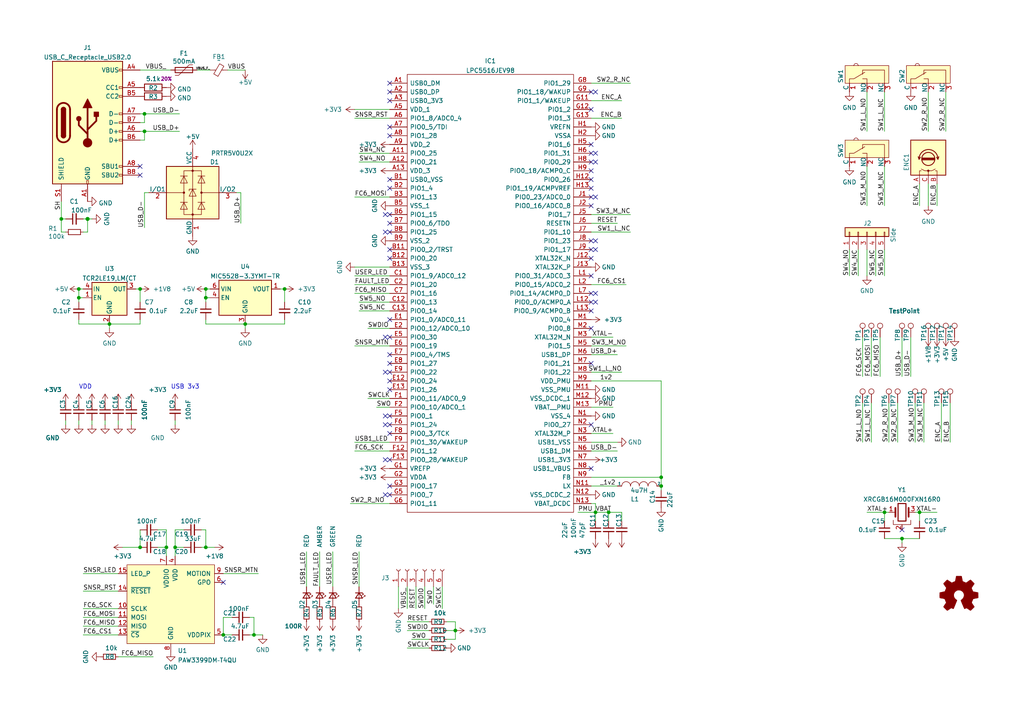
<source format=kicad_sch>
(kicad_sch (version 20211123) (generator eeschema)
  (paper "A4")
  (title_block (title "Redshift") (date "2021-12-22") (rev "0.1") (company "Dekanova LLC                                       https://github.com/Dekanova/redshift") (comment 3 "This source describes Open Hardware and is licensed under the CERN-OHL-Rv2") (comment 4 "Copyright (c) Dekanova LLC <dekanova_co@gmail.com>"))
  (junction (at 31.75 93.98))
  (junction (at 17.78 63.5))
  (junction (at 48.26 158.75))
  (junction (at 172.72 148.59))
  (junction (at 40.64 158.75))
  (junction (at 71.12 93.98))
  (junction (at 40.64 83.82))
  (junction (at 82.55 83.82))
  (junction (at 41.91 38.1))
  (junction (at 59.69 158.75))
  (junction (at 59.69 86.36))
  (junction (at 22.86 83.82))
  (junction (at 256.54 148.59))
  (junction (at 25.4 63.5) (diameter 1.016))
  (junction (at 41.91 33.02))
  (junction (at 64.77 184.15))
  (junction (at 191.77 140.97))
  (junction (at 59.69 83.82))
  (junction (at 73.66 184.15))
  (junction (at 132.08 182.88))
  (junction (at 50.8 158.75))
  (junction (at 266.7 148.59))
  (junction (at 261.62 156.21))
  (junction (at 22.86 86.36))
  (junction (at 176.53 148.59))
  (junction (at 191.77 138.43))
  (no_connect (at 113.03 102.87))
  (no_connect (at 113.03 125.73))
  (no_connect (at 113.03 36.83))
  (no_connect (at 113.03 120.65))
  (no_connect (at 171.45 26.67))
  (no_connect (at 171.45 52.07))
  (no_connect (at 171.45 87.63))
  (no_connect (at 171.45 95.25))
  (no_connect (at 113.03 97.79))
  (no_connect (at 171.45 31.75))
  (no_connect (at 64.77 168.91))
  (no_connect (at 171.45 135.89))
  (no_connect (at 111.76 62.23))
  (no_connect (at 111.76 67.31))
  (no_connect (at 111.76 107.95))
  (no_connect (at 111.76 120.65))
  (no_connect (at 111.76 123.19))
  (no_connect (at 111.76 133.35))
  (no_connect (at 111.76 97.79))
  (no_connect (at 172.72 72.39))
  (no_connect (at 172.72 69.85))
  (no_connect (at 171.45 57.15))
  (no_connect (at 172.72 57.15))
  (no_connect (at 172.72 44.45))
  (no_connect (at 172.72 26.67))
  (no_connect (at 172.72 46.99))
  (no_connect (at 172.72 85.09))
  (no_connect (at 172.72 87.63))
  (no_connect (at 171.45 85.09))
  (no_connect (at 171.45 80.01))
  (no_connect (at 171.45 90.17))
  (no_connect (at 171.45 72.39))
  (no_connect (at 171.45 69.85))
  (no_connect (at 171.45 105.41))
  (no_connect (at 171.45 59.69))
  (no_connect (at 171.45 44.45))
  (no_connect (at 171.45 54.61))
  (no_connect (at 171.45 49.53))
  (no_connect (at 171.45 46.99))
  (no_connect (at 171.45 41.91))
  (no_connect (at 40.64 48.26))
  (no_connect (at 40.64 50.8))
  (no_connect (at 113.03 24.13))
  (no_connect (at 113.03 26.67))
  (no_connect (at 113.03 29.21))
  (no_connect (at 113.03 52.07))
  (no_connect (at 113.03 72.39))
  (no_connect (at 113.03 64.77))
  (no_connect (at 111.76 143.51))
  (no_connect (at 113.03 113.03))
  (no_connect (at 113.03 110.49))
  (no_connect (at 261.62 153.67))
  (no_connect (at 171.45 74.93))
  (no_connect (at 113.03 143.51))
  (no_connect (at 113.03 140.97))
  (no_connect (at 113.03 62.23))
  (no_connect (at 113.03 67.31))
  (no_connect (at 113.03 54.61))
  (no_connect (at 113.03 74.93))
  (no_connect (at 113.03 39.37))
  (no_connect (at 113.03 92.71))
  (no_connect (at 113.03 105.41))
  (no_connect (at 113.03 107.95))
  (no_connect (at 113.03 123.19))
  (no_connect (at 113.03 133.35))
  (no_connect (at 171.45 123.19))
  (wire (pts (xy 265.43 148.59) (xy 266.7 148.59)))
  (wire (pts (xy 64.77 166.37) (xy 74.93 166.37)))
  (wire (pts (xy 180.34 148.59) (xy 180.34 151.13)))
  (wire (pts (xy 50.8 158.75) (xy 53.34 158.75)))
  (wire (pts (xy 59.69 153.67) (xy 59.69 158.75)))
  (wire (pts (xy 251.46 72.39) (xy 251.46 80.01)))
  (wire (pts (xy 102.87 130.81) (xy 113.03 130.81)))
  (wire (pts (xy 128.27 170.18) (xy 128.27 176.53)))
  (wire (pts (xy 113.03 44.45) (xy 104.14 44.45)))
  (wire (pts (xy 260.35 116.84) (xy 260.35 128.27)))
  (wire (pts (xy 48.26 153.67) (xy 48.26 158.75)))
  (wire (pts (xy 40.64 83.82) (xy 40.64 87.63)))
  (wire (pts (xy 171.45 62.23) (xy 182.88 62.23)))
  (wire (pts (xy 50.8 121.92) (xy 50.8 123.19)))
  (wire (pts (xy 40.64 35.56) (xy 41.91 35.56)))
  (wire (pts (xy 252.73 97.79) (xy 252.73 109.22)))
  (wire (pts (xy 251.46 48.26) (xy 251.46 59.69)))
  (wire (pts (xy 102.87 85.09) (xy 113.03 85.09)))
  (wire (pts (xy 106.68 115.57) (xy 113.03 115.57)))
  (wire (pts (xy 269.24 53.34) (xy 269.24 59.69)))
  (wire (pts (xy 250.19 116.84) (xy 250.19 128.27)))
  (wire (pts (xy 271.78 53.34) (xy 271.78 59.69)))
  (wire (pts (xy 34.29 184.15) (xy 24.13 184.15)))
  (wire (pts (xy 180.34 107.95) (xy 171.45 107.95)))
  (wire (pts (xy 124.46 180.34) (xy 118.11 180.34)))
  (wire (pts (xy 132.08 185.42) (xy 132.08 182.88)))
  (wire (pts (xy 22.86 92.71) (xy 22.86 93.98)))
  (wire (pts (xy 82.55 92.71) (xy 82.55 93.98)))
  (wire (pts (xy 66.04 20.32) (xy 71.12 20.32)))
  (wire (pts (xy 41.91 38.1) (xy 52.07 38.1)))
  (wire (pts (xy 123.19 170.18) (xy 123.19 176.53)))
  (wire (pts (xy 22.86 86.36) (xy 24.13 86.36)))
  (wire (pts (xy 120.65 170.18) (xy 120.65 176.53)))
  (wire (pts (xy 191.77 138.43) (xy 191.77 140.97)))
  (wire (pts (xy 82.55 83.82) (xy 82.55 87.63)))
  (wire (pts (xy 176.53 148.59) (xy 176.53 151.13)))
  (wire (pts (xy 261.62 156.21) (xy 261.62 157.48)))
  (wire (pts (xy 40.64 20.32) (xy 49.53 20.32)))
  (wire (pts (xy 172.72 148.59) (xy 172.72 151.13)))
  (wire (pts (xy 41.91 33.02) (xy 52.07 33.02)))
  (wire (pts (xy 40.64 93.98) (xy 31.75 93.98)))
  (wire (pts (xy 31.75 93.98) (xy 31.75 95.25)))
  (wire (pts (xy 171.45 110.49) (xy 191.77 110.49)))
  (wire (pts (xy 129.54 182.88) (xy 132.08 182.88)))
  (wire (pts (xy 171.45 125.73) (xy 177.8 125.73)))
  (wire (pts (xy 124.46 187.96) (xy 118.11 187.96)))
  (wire (pts (xy 256.54 148.59) (xy 256.54 151.13)))
  (wire (pts (xy 59.69 86.36) (xy 59.69 87.63)))
  (wire (pts (xy 17.78 67.31) (xy 19.05 67.31)))
  (wire (pts (xy 102.87 77.47) (xy 113.03 77.47)))
  (wire (pts (xy 40.64 40.64) (xy 41.91 40.64)))
  (wire (pts (xy 73.66 184.15) (xy 76.2 184.15)))
  (wire (pts (xy 176.53 148.59) (xy 180.34 148.59)))
  (wire (pts (xy 106.68 95.25) (xy 113.03 95.25)))
  (wire (pts (xy 24.13 179.07) (xy 34.29 179.07)))
  (wire (pts (xy 22.86 93.98) (xy 31.75 93.98)))
  (wire (pts (xy 24.13 67.31) (xy 25.4 67.31)))
  (wire (pts (xy 252.73 116.84) (xy 252.73 128.27)))
  (wire (pts (xy 261.62 156.21) (xy 266.7 156.21)))
  (wire (pts (xy 255.27 97.79) (xy 255.27 109.22)))
  (wire (pts (xy 71.12 93.98) (xy 71.12 95.25)))
  (wire (pts (xy 113.03 146.05) (xy 101.6 146.05)))
  (wire (pts (xy 96.52 170.18) (xy 96.52 160.02)))
  (wire (pts (xy 250.19 97.79) (xy 250.19 109.22)))
  (wire (pts (xy 171.45 29.21) (xy 180.34 29.21)))
  (wire (pts (xy 68.58 55.88) (xy 69.85 55.88)))
  (wire (pts (xy 171.45 67.31) (xy 182.88 67.31)))
  (wire (pts (xy 172.72 146.05) (xy 172.72 148.59)))
  (wire (pts (xy 40.64 33.02) (xy 41.91 33.02)))
  (wire (pts (xy 171.45 100.33) (xy 181.61 100.33)))
  (wire (pts (xy 125.73 170.18) (xy 125.73 175.26)))
  (wire (pts (xy 118.11 170.18) (xy 118.11 176.53)))
  (wire (pts (xy 45.72 153.67) (xy 48.26 153.67)))
  (wire (pts (xy 171.45 64.77) (xy 179.07 64.77)))
  (wire (pts (xy 256.54 156.21) (xy 261.62 156.21)))
  (wire (pts (xy 261.62 97.79) (xy 261.62 109.22)))
  (wire (pts (xy 266.7 148.59) (xy 271.78 148.59)))
  (wire (pts (xy 24.13 181.61) (xy 34.29 181.61)))
  (wire (pts (xy 25.4 63.5) (xy 24.13 63.5)))
  (wire (pts (xy 88.9 170.18) (xy 88.9 160.02)))
  (wire (pts (xy 40.64 153.67) (xy 40.64 158.75)))
  (wire (pts (xy 191.77 110.49) (xy 191.77 138.43)))
  (wire (pts (xy 251.46 148.59) (xy 256.54 148.59)))
  (wire (pts (xy 269.24 26.67) (xy 269.24 38.1)))
  (wire (pts (xy 274.32 26.67) (xy 274.32 38.1)))
  (wire (pts (xy 109.22 118.11) (xy 113.03 118.11)))
  (wire (pts (xy 264.16 97.79) (xy 264.16 109.22)))
  (wire (pts (xy 22.86 83.82) (xy 22.86 86.36)))
  (wire (pts (xy 113.03 87.63) (xy 104.14 87.63)))
  (wire (pts (xy 171.45 138.43) (xy 191.77 138.43)))
  (wire (pts (xy 24.13 176.53) (xy 34.29 176.53)))
  (wire (pts (xy 30.48 121.92) (xy 30.48 123.19)))
  (wire (pts (xy 246.38 72.39) (xy 246.38 80.01)))
  (wire (pts (xy 256.54 48.26) (xy 256.54 59.69)))
  (wire (pts (xy 58.42 153.67) (xy 59.69 153.67)))
  (wire (pts (xy 50.8 158.75) (xy 50.8 161.29)))
  (wire (pts (xy 81.28 83.82) (xy 82.55 83.82)))
  (wire (pts (xy 171.45 146.05) (xy 172.72 146.05)))
  (wire (pts (xy 41.91 38.1) (xy 41.91 40.64)))
  (wire (pts (xy 248.92 72.39) (xy 248.92 80.01)))
  (wire (pts (xy 34.29 121.92) (xy 34.29 123.19)))
  (wire (pts (xy 82.55 93.98) (xy 71.12 93.98)))
  (wire (pts (xy 43.18 55.88) (xy 41.91 55.88)))
  (wire (pts (xy 26.67 121.92) (xy 26.67 123.19)))
  (wire (pts (xy 22.86 86.36) (xy 22.86 87.63)))
  (wire (pts (xy 129.54 180.34) (xy 132.08 180.34)))
  (wire (pts (xy 102.87 34.29) (xy 113.03 34.29)))
  (wire (pts (xy 265.43 116.84) (xy 265.43 128.27)))
  (wire (pts (xy 104.14 46.99) (xy 113.03 46.99)))
  (wire (pts (xy 64.77 184.15) (xy 67.31 184.15)))
  (wire (pts (xy 67.31 179.07) (xy 64.77 179.07)))
  (wire (pts (xy 275.59 116.84) (xy 275.59 128.27)))
  (wire (pts (xy 59.69 83.82) (xy 60.96 83.82)))
  (wire (pts (xy 102.87 57.15) (xy 113.03 57.15)))
  (wire (pts (xy 22.86 83.82) (xy 24.13 83.82)))
  (wire (pts (xy 102.87 80.01) (xy 113.03 80.01)))
  (wire (pts (xy 102.87 31.75) (xy 113.03 31.75)))
  (wire (pts (xy 104.14 90.17) (xy 113.03 90.17)))
  (wire (pts (xy 172.72 148.59) (xy 176.53 148.59)))
  (wire (pts (xy 171.45 118.11) (xy 177.8 118.11)))
  (wire (pts (xy 59.69 92.71) (xy 59.69 93.98)))
  (wire (pts (xy 102.87 100.33) (xy 113.03 100.33)))
  (wire (pts (xy 191.77 140.97) (xy 191.77 142.24)))
  (wire (pts (xy 115.57 170.18) (xy 115.57 176.53)))
  (wire (pts (xy 50.8 153.67) (xy 53.34 153.67)))
  (wire (pts (xy 257.81 116.84) (xy 257.81 128.27)))
  (wire (pts (xy 92.71 170.18) (xy 92.71 160.02)))
  (wire (pts (xy 171.45 102.87) (xy 179.07 102.87)))
  (wire (pts (xy 73.66 179.07) (xy 73.66 184.15)))
  (wire (pts (xy 40.64 92.71) (xy 40.64 93.98)))
  (wire (pts (xy 256.54 148.59) (xy 257.81 148.59)))
  (wire (pts (xy 48.26 161.29) (xy 48.26 158.75)))
  (wire (pts (xy 171.45 97.79) (xy 177.8 97.79)))
  (wire (pts (xy 25.4 63.5) (xy 26.67 63.5)))
  (wire (pts (xy 19.05 121.92) (xy 19.05 123.19)))
  (wire (pts (xy 167.64 148.59) (xy 172.72 148.59)))
  (wire (pts (xy 180.34 34.29) (xy 171.45 34.29)))
  (wire (pts (xy 24.13 171.45) (xy 34.29 171.45)))
  (wire (pts (xy 17.78 58.42) (xy 17.78 63.5)))
  (wire (pts (xy 34.29 166.37) (xy 24.13 166.37)))
  (wire (pts (xy 256.54 72.39) (xy 256.54 80.01)))
  (wire (pts (xy 124.46 182.88) (xy 118.11 182.88)))
  (wire (pts (xy 267.97 116.84) (xy 267.97 128.27)))
  (wire (pts (xy 72.39 179.07) (xy 73.66 179.07)))
  (wire (pts (xy 254 72.39) (xy 254 80.01)))
  (wire (pts (xy 171.45 140.97) (xy 179.07 140.97)))
  (wire (pts (xy 59.69 93.98) (xy 71.12 93.98)))
  (wire (pts (xy 72.39 184.15) (xy 73.66 184.15)))
  (wire (pts (xy 171.45 24.13) (xy 182.88 24.13)))
  (wire (pts (xy 40.64 38.1) (xy 41.91 38.1)))
  (wire (pts (xy 266.7 148.59) (xy 266.7 151.13)))
  (wire (pts (xy 25.4 67.31) (xy 25.4 63.5)))
  (wire (pts (xy 129.54 185.42) (xy 132.08 185.42)))
  (wire (pts (xy 251.46 26.67) (xy 251.46 38.1)))
  (wire (pts (xy 41.91 33.02) (xy 41.91 35.56)))
  (wire (pts (xy 59.69 158.75) (xy 62.23 158.75)))
  (wire (pts (xy 41.91 55.88) (xy 41.91 66.04)))
  (wire (pts (xy 64.77 179.07) (xy 64.77 184.15)))
  (wire (pts (xy 69.85 55.88) (xy 69.85 64.77)))
  (wire (pts (xy 171.45 128.27) (xy 179.07 128.27)))
  (wire (pts (xy 34.29 190.5) (xy 44.45 190.5)))
  (wire (pts (xy 256.54 26.67) (xy 256.54 38.1)))
  (wire (pts (xy 104.14 170.18) (xy 104.14 160.02)))
  (wire (pts (xy 273.05 116.84) (xy 273.05 128.27)))
  (wire (pts (xy 59.69 83.82) (xy 59.69 86.36)))
  (wire (pts (xy 59.69 86.36) (xy 60.96 86.36)))
  (wire (pts (xy 19.05 63.5) (xy 17.78 63.5)))
  (wire (pts (xy 39.37 83.82) (xy 40.64 83.82)))
  (wire (pts (xy 124.46 185.42) (xy 119.38 185.42)))
  (wire (pts (xy 102.87 82.55) (xy 113.03 82.55)))
  (wire (pts (xy 171.45 82.55) (xy 181.61 82.55)))
  (wire (pts (xy 50.8 153.67) (xy 50.8 158.75)))
  (wire (pts (xy 35.56 158.75) (xy 40.64 158.75)))
  (wire (pts (xy 57.15 20.32) (xy 60.96 20.32)))
  (wire (pts (xy 102.87 128.27) (xy 113.03 128.27)))
  (wire (pts (xy 171.45 130.81) (xy 179.07 130.81)))
  (wire (pts (xy 22.86 121.92) (xy 22.86 123.19)))
  (wire (pts (xy 58.42 158.75) (xy 59.69 158.75)))
  (wire (pts (xy 17.78 67.31) (xy 17.78 63.5)))
  (wire (pts (xy 48.26 158.75) (xy 45.72 158.75)))
  (wire (pts (xy 266.7 53.34) (xy 266.7 59.69)))
  (wire (pts (xy 132.08 180.34) (xy 132.08 182.88)))
  (wire (pts (xy 38.1 121.92) (xy 38.1 123.19)))
  (text "USB 3v3" (at 49.53 113.03 0) (effects (font (size 1.27 1.27)) (justify left bottom)))
  (text "VDD\n" (at 22.86 113.03 0) (effects (font (size 1.27 1.27)) (justify left bottom)))
  (label "SNSR_RST" (at 102.87 34.29 0))
  (label "USB1_LED" (at 102.87 128.27 0))
  (label "SWDIO" (at 123.19 176.53 90))
  (label "ENC_A" (at 180.34 29.21 180))
  (label "ENC_B" (at 275.59 128.27 90))
  (label "SNSR_RST" (at 24.13 171.45 0))
  (label "SW2_R_NO" (at 257.81 128.27 90))
  (label "FC6_SCK" (at 24.13 176.53 0))
  (label "RESET" (at 179.07 64.77 180))
  (label "SW4_NC" (at 248.92 80.01 90))
  (label "ENC_A" (at 273.05 128.27 90))
  (label "SW3_M_NC" (at 256.54 59.69 90))
  (label "SWCLK" (at 106.68 115.57 0))
  (label "SW4_NO" (at 104.14 46.99 0))
  (label "FC6_MOSI" (at 252.73 109.22 90))
  (label "SWO" (at 119.38 185.42 0))
  (label "FC6_MISO" (at 255.27 109.22 90))
  (label "XTAL+" (at 251.46 148.59 0))
  (label "PMU" (at 167.64 148.59 0))
  (label "FC6_MOSI" (at 24.13 179.07 0))
  (label "USB_D+" (at 261.62 109.22 90))
  (label "SWCLK" (at 128.27 176.53 90))
  (label "PMU" (at 177.8 118.11 180))
  (label "FC6_MOSI" (at 102.87 57.15 0))
  (label "USB_D+" (at 179.07 102.87 180))
  (label "SW5_NC" (at 104.14 90.17 0))
  (label "VBUS_F_" (at 60.96 20.32 180) (effects (font (size 0.635 0.635))))
  (label "FC6_CS1" (at 24.13 184.15 0))
  (label "SW1_L_NO" (at 251.46 38.1 90))
  (label "XTAL-" (at 177.8 97.79 180))
  (label "USB1_LED" (at 88.9 160.02 270))
  (label "ENC_A" (at 266.7 59.69 90))
  (label "FAULT_LED" (at 92.71 160.02 270))
  (label "USB_D-" (at 52.07 33.02 180))
  (label "USB_D-" (at 264.16 109.22 90))
  (label "USER_LED" (at 102.87 80.01 0))
  (label "SW1_L_NC" (at 252.73 128.27 90))
  (label "SW2_R_NO" (at 269.24 38.1 90))
  (label "SW3_M_NO" (at 265.43 128.27 90))
  (label "USB_D-" (at 41.91 66.04 90))
  (label "FC6_SCK" (at 250.19 109.22 90))
  (label "SNSR_LED" (at 104.14 160.02 270))
  (label "SW4_NC" (at 104.14 44.45 0))
  (label "SW3_M_NO" (at 251.46 59.69 90))
  (label "ENC_B" (at 180.34 34.29 180))
  (label "SWCLK" (at 118.11 187.96 0))
  (label "SNSR_MTN" (at 102.87 100.33 0))
  (label "XTAL+" (at 177.8 125.73 180))
  (label "SW5_NO" (at 104.14 87.63 0))
  (label "SW2_R_NO" (at 101.6 146.05 0))
  (label "VBUS" (at 66.04 20.32 0))
  (label "ENC_B" (at 271.78 59.69 90))
  (label "FAULT_LED" (at 102.87 82.55 0))
  (label "SW2_R_NC" (at 274.32 38.1 90))
  (label "RESET" (at 118.11 180.34 0))
  (label "USB_D+" (at 52.07 38.1 180))
  (label "_1v2" (at 173.99 140.97 0))
  (label "SW1_L_NC" (at 256.54 38.1 90))
  (label "SWDIO" (at 106.68 95.25 0))
  (label "SW3_M_NC" (at 267.97 128.27 90))
  (label "SW2_R_NC" (at 182.88 24.13 180))
  (label "FC6_SCK" (at 102.87 130.81 0))
  (label "SW5_NO" (at 256.54 80.01 90))
  (label "SWO" (at 125.73 175.26 90))
  (label "FC6_CS1" (at 181.61 82.55 180))
  (label "SW3_M_NC" (at 182.88 62.23 180))
  (label "1v2" (at 173.99 110.49 0))
  (label "VBAT" (at 172.72 148.59 0))
  (label "SW1_L_NO" (at 180.34 107.95 180))
  (label "USER_LED" (at 96.52 160.02 270))
  (label "USB_D+" (at 69.85 64.77 90))
  (label "SW4_NO" (at 246.38 80.01 90))
  (label "SWDIO" (at 118.11 182.88 0))
  (label "SWO" (at 109.22 118.11 0))
  (label "FC6_MISO" (at 24.13 181.61 0))
  (label "SNSR_LED" (at 24.13 166.37 0))
  (label "USB_D-" (at 179.07 130.81 180))
  (label "VBUS_" (at 48.26 20.32 180))
  (label "VBUS_" (at 118.11 176.53 90))
  (label "XTAL-" (at 271.78 148.59 180))
  (label "SW2_R_NC" (at 260.35 128.27 90))
  (label "FC6_MISO" (at 44.45 190.5 180))
  (label "SW3_M_NO" (at 181.61 100.33 180))
  (label "FC6_MISO" (at 102.87 85.09 0))
  (label "SW1_L_NO" (at 250.19 128.27 90))
  (label "SH" (at 17.78 60.96 90))
  (label "SNSR_MTN" (at 74.93 166.37 180))
  (label "RESET" (at 120.65 176.53 90))
  (label "SW1_L_NC" (at 182.88 67.31 180))
  (label "SW5_NC" (at 254 80.01 90))
  (symbol (lib_id "power:GND") (at 246.38 48.26 0) (unit 1)
    (property "Reference" "#PWR0102" (effects hide))
    (property "Value" "GND" (at 246.38 52.8225 0))
  )
  (symbol (lib_id "Device:Rotary_Encoder") (at 269.24 45.72 90) (unit 1)
    (property "Reference" "ENC1" (at 262.89 44.45 0) (effects (justify right)))
    (property "Value" "Rotary_Encoder" (effects hide))
    (property "Footprint" "openinput:RotaryEncoder_Horizontal" (effects hide))
  )
  (symbol (lib_id "Device:C_Small") (at 21.59 63.5 90) (unit 1)
    (property "Reference" "C1" (at 22.86 58.42 90) (effects (justify left)))
    (property "Value" "100nF" (at 26.67 60.96 90) (effects (justify left)))
    (property "Footprint" "Capacitor_SMD:C_0402_1005Metric" (effects hide))
  )
  (symbol (lib_id "power:GND") (at 191.77 147.32 0) (mirror y) (unit 1)
    (property "Reference" "#PWR0105" (effects hide))
    (property "Value" "GND" (at 191.77 152.4 90))
  )
  (symbol (lib_id "power:GND") (at 171.45 77.47 90) (mirror x) (unit 1)
    (property "Reference" "#PWR0147" (effects hide))
    (property "Value" "GND" (at 176.53 77.47 90))
  )
  (symbol (lib_id "power:+3V3") (at 19.05 116.84 0) (unit 1)
    (property "Reference" "#PWR0135" (effects hide))
    (property "Value" "+3V3" (at 15.24 113.03 0))
  )
  (symbol (lib_id "Device:R_Small") (at 31.75 190.5 90) (unit 1)
    (property "Reference" "R8" (at 30.48 190.5 90) (effects (justify right)))
    (property "Value" "10k" (at 30.48 187.96 90) (effects (justify right)))
    (property "Footprint" "Resistor_SMD:R_0402_1005Metric" (effects hide))
  )
  (symbol (lib_id "Connector:TestPoint") (at 276.86 97.79 0) (unit 1) (in_bom no)
    (property "Reference" "TP14" (at 275.59 99.06 90) (effects (justify left)))
    (property "Value" "TestPoint" (at 257.81 90.17 0) (effects (justify left)))
    (property "Footprint" "TestPoint:TestPoint_Pad_D1.5mm" (effects hide))
  )
  (symbol (lib_id "power:GND") (at 171.45 120.65 90) (mirror x) (unit 1)
    (property "Reference" "#PWR0115" (effects hide))
    (property "Value" "GND" (at 176.53 120.65 90))
  )
  (symbol (lib_id "Regulator_Linear:MIC5504-3.3YM5") (at 71.12 86.36 0) (unit 1)
    (property "Reference" "U4" (at 71.12 77.3135 0))
    (property "Value" "MIC5528-3.3YMT-TR " (at 71.12 80.0886 0))
    (property "Footprint" "MIC5528-3:SON40P120X120X60-7N" (effects hide))
    (property "Datasheet" "http://ww1.microchip.com/downloads/en/DeviceDoc/MIC550X.pdf" (effects hide))
  )
  (symbol (lib_id "power:+3V3") (at 113.03 138.43 90) (unit 1)
    (property "Reference" "#PWR0131" (effects hide))
    (property "Value" "+3V3" (at 106.68 138.43 90))
  )
  (symbol (lib_id "power:GND") (at 171.45 143.51 90) (mirror x) (unit 1)
    (property "Reference" "#PWR0106" (effects hide))
    (property "Value" "GND" (at 176.53 143.51 90))
  )
  (symbol (lib_id "power:+1V8") (at 40.64 83.82 270) (unit 1)
    (property "Reference" "#PWR0130" (effects hide))
    (property "Value" "+1V8" (at 46.99 83.82 90))
  )
  (symbol (lib_id "Connector:TestPoint") (at 269.24 97.79 0) (unit 1) (in_bom no)
    (property "Reference" "TP16" (at 267.97 99.06 90) (effects (justify left)))
    (property "Value" "TestPoint" (at 257.81 90.17 0) (effects (justify left)))
    (property "Footprint" "TestPoint:TestPoint_Pad_D1.5mm" (effects hide))
  )
  (symbol (lib_id "power:GND") (at 31.75 95.25 0) (mirror y) (unit 1)
    (property "Reference" "#PWR0126" (effects hide))
    (property "Value" "GND" (at 31.75 99.5744 0))
  )
  (symbol (lib_id "Device:R_Small") (at 104.14 177.8 180) (unit 1)
    (property "Reference" "R7" (at 104.14 179.07 90) (effects (justify right)))
    (property "Value" "100R" (at 82.55 181.61 0) (effects (justify right)))
    (property "Footprint" "Resistor_SMD:R_0402_1005Metric" (effects hide))
  )
  (symbol (lib_id "power:GND") (at 113.03 59.69 270) (mirror x) (unit 1)
    (property "Reference" "#PWR0108" (effects hide))
    (property "Value" "GND" (at 108.7056 59.69 0))
  )
  (symbol (lib_id "Connector:TestPoint") (at 250.19 97.79 0) (unit 1) (in_bom no)
    (property "Reference" "TP1" (at 248.92 99.06 90) (effects (justify left)))
    (property "Value" "TestPoint" (at 257.81 90.17 0) (effects (justify left)))
    (property "Footprint" "TestPoint:TestPoint_Pad_D1.5mm" (effects hide))
  )
  (symbol (lib_id "Device:C_Small") (at 43.18 158.75 90) (unit 1)
    (property "Reference" "C18" (at 48.26 160.02 90) (effects (justify left)))
    (property "Value" "4.7uF" (at 45.72 156.21 90) (effects (justify left)))
    (property "Footprint" "Capacitor_SMD:C_0402_1005Metric" (effects hide))
  )
  (symbol (lib_id "power:GND") (at 26.67 123.19 0) (unit 1)
    (property "Reference" "#PWR0142" (effects hide))
    (property "Value" "GND" (at 15.24 127 0))
  )
  (symbol (lib_id "Device:C_Small") (at 43.18 153.67 90) (unit 1)
    (property "Reference" "C17" (at 48.26 154.94 90) (effects (justify left)))
    (property "Value" "100nF" (at 45.72 151.13 90) (effects (justify left)))
    (property "Footprint" "Capacitor_SMD:C_0402_1005Metric" (effects hide))
  )
  (symbol (lib_id "Device:C_Small") (at 176.53 153.67 0) (unit 1)
    (property "Reference" "C12" (at 175.6792 152.9091 90) (effects (justify left)))
    (property "Value" "100nF" (at 166.37 156.21 90) (effects (justify left)))
    (property "Footprint" "Capacitor_SMD:C_0402_1005Metric" (effects hide))
  )
  (symbol (lib_id "Device:C_Small") (at 59.69 90.17 0) (unit 1)
    (property "Reference" "C8" (at 53.34 87.63 0) (effects (justify left)))
    (property "Value" "2.2uF" (at 52.07 90.17 0) (effects (justify left)))
    (property "Footprint" "Capacitor_SMD:C_0402_1005Metric" (effects hide))
  )
  (symbol (lib_id "Connector:TestPoint") (at 252.73 116.84 0) (unit 1) (in_bom no)
    (property "Reference" "TP4" (at 251.46 118.11 90) (effects (justify left)))
    (property "Value" "TestPoint" (at 257.81 90.17 0) (effects (justify left)))
    (property "Footprint" "TestPoint:TestPoint_Pad_D1.5mm" (effects hide))
  )
  (symbol (lib_id "Device:C_Small") (at 26.67 119.38 0) (unit 1)
    (property "Reference" "C5" (at 25.8192 118.6191 90) (effects (justify left)))
    (property "Value" "100nF" (at 41.91 121.92 90) (effects (justify left)))
    (property "Footprint" "Capacitor_SMD:C_0402_1005Metric" (effects hide))
  )
  (symbol (lib_id "power:+1V8") (at 269.24 97.79 180) (unit 1)
    (property "Reference" "#PWR0164" (effects hide))
    (property "Value" "+1V8" (at 269.24 102.87 90))
  )
  (symbol (lib_id "power:GND") (at 34.29 123.19 0) (unit 1)
    (property "Reference" "#PWR0157" (effects hide))
    (property "Value" "GND" (at 15.24 127 0))
  )
  (symbol (lib_id "Device:C_Small") (at 19.05 119.38 0) (unit 1)
    (property "Reference" "C3" (at 18.1992 118.6191 90) (effects (justify left)))
    (property "Value" "100nF" (at 41.91 121.92 90) (effects (justify left)))
    (property "Footprint" "Capacitor_SMD:C_0402_1005Metric" (effects hide))
  )
  (symbol (lib_id "power:+3V3") (at 34.29 116.84 0) (unit 1)
    (property "Reference" "#PWR0155" (effects hide))
    (property "Value" "+3V3" (at 15.24 113.03 0))
  )
  (symbol (lib_id "power:GND") (at 171.45 36.83 90) (mirror x) (unit 1)
    (property "Reference" "#PWR0159" (effects hide))
    (property "Value" "GND" (at 176.53 36.83 90))
  )
  (symbol (lib_id "power:+1V8") (at 62.23 158.75 270) (unit 1)
    (property "Reference" "#PWR0132" (effects hide))
    (property "Value" "+1V8" (at 62.23 161.29 90))
  )
  (symbol (lib_id "power:GND") (at 29.21 190.5 270) (mirror x) (unit 1)
    (property "Reference" "#PWR0156" (effects hide))
    (property "Value" "GND" (at 24.8856 190.5 0))
  )
  (symbol (lib_id "power:GND") (at 71.12 95.25 0) (mirror y) (unit 1)
    (property "Reference" "#PWR0167" (effects hide))
    (property "Value" "GND" (at 71.12 99.5744 0))
  )
  (symbol (lib_id "power:GND") (at 19.05 123.19 0) (unit 1)
    (property "Reference" "#PWR0137" (effects hide))
    (property "Value" "GND" (at 15.24 127 0))
  )
  (symbol (lib_id "Device:C_Small") (at 50.8 119.38 0) (unit 1)
    (property "Reference" "C9" (at 49.9492 118.6191 90) (effects (justify left)))
    (property "Value" "100nF" (at 54.61 121.92 90) (effects (justify left)))
    (property "Footprint" "Capacitor_SMD:C_0402_1005Metric" (effects hide))
  )
  (symbol (lib_id "Device:LED_Small") (at 104.14 172.72 270) (unit 1)
    (property "Reference" "D5" (at 102.87 173.99 0) (effects (justify left)))
    (property "Value" "RED" (at 104.14 154.94 0) (effects (justify left)))
    (property "Footprint" "LED_SMD:LED_0402_1005Metric" (effects hide))
  )
  (symbol (lib_id "Connector:TestPoint") (at 265.43 116.84 0) (unit 1) (in_bom no)
    (property "Reference" "TP10" (at 264.16 118.11 90) (effects (justify left)))
    (property "Value" "TestPoint" (at 257.81 90.17 0) (effects (justify left)))
    (property "Footprint" "TestPoint:TestPoint_Pad_D1.5mm" (effects hide))
  )
  (symbol (lib_id "power:GND") (at 48.26 27.94 90) (unit 1)
    (property "Reference" "#PWR0121" (effects hide))
    (property "Value" "GND" (at 51.4351 28.419 90) (effects (justify right)))
  )
  (symbol (lib_id "power:+3V3") (at 271.78 97.79 180) (unit 1)
    (property "Reference" "#PWR0153" (effects hide))
    (property "Value" "+3V3" (at 271.78 102.87 90))
  )
  (symbol (lib_id "Connector:TestPoint") (at 261.62 97.79 0) (unit 1) (in_bom no)
    (property "Reference" "TP8" (at 260.35 99.06 90) (effects (justify left)))
    (property "Value" "TestPoint" (at 257.81 90.17 0) (effects (justify left)))
    (property "Footprint" "TestPoint:TestPoint_Pad_D1.5mm" (effects hide))
  )
  (symbol (lib_id "Device:Ferrite_Bead_Small") (at 63.5 20.32 90) (unit 1)
    (property "Reference" "FB1" (at 63.5 16.455 90))
    (property "Value" "~" (at 63.5 17.4837 90))
    (property "Footprint" "Inductor_SMD:L_0402_1005Metric" (effects hide))
  )
  (symbol (lib_id "power:+5V") (at 55.88 43.18 0) (mirror y) (unit 1)
    (property "Reference" "#PWR0148" (effects hide))
    (property "Value" "+5V" (at 55.88 39.6326 0))
  )
  (symbol (lib_id "Device:LED_Small") (at 88.9 172.72 270) (unit 1)
    (property "Reference" "D2" (at 87.63 173.99 0) (effects (justify left)))
    (property "Value" "RED" (at 88.9 154.94 0) (effects (justify left)))
    (property "Footprint" "LED_SMD:LED_0402_1005Metric" (effects hide))
  )
  (symbol (lib_id "Connector:TestPoint") (at 267.97 116.84 0) (unit 1) (in_bom no)
    (property "Reference" "TP11" (at 266.7 118.11 90) (effects (justify left)))
    (property "Value" "TestPoint" (at 257.81 90.17 0) (effects (justify left)))
    (property "Footprint" "TestPoint:TestPoint_Pad_D1.5mm" (effects hide))
  )
  (symbol (lib_id "power:GND") (at 50.8 123.19 0) (unit 1)
    (property "Reference" "#PWR0143" (effects hide))
    (property "Value" "GND" (at 45.72 127 0))
  )
  (symbol (lib_id "power:GND") (at 22.86 123.19 0) (unit 1)
    (property "Reference" "#PWR0141" (effects hide))
    (property "Value" "GND" (at 15.24 127 0))
  )
  (symbol (lib_id "Device:R_Small") (at 88.9 177.8 180) (unit 1)
    (property "Reference" "R4" (at 88.9 179.07 90) (effects (justify right)))
    (property "Value" "100R" (at 82.55 181.61 0) (effects (justify right)))
    (property "Footprint" "Resistor_SMD:R_0402_1005Metric" (effects hide))
  )
  (symbol (lib_id "Connector:TestPoint") (at 275.59 116.84 0) (unit 1) (in_bom no)
    (property "Reference" "TP15" (at 274.32 118.11 90) (effects (justify left)))
    (property "Value" "TestPoint" (at 257.81 90.17 0) (effects (justify left)))
    (property "Footprint" "TestPoint:TestPoint_Pad_D1.5mm" (effects hide))
  )
  (symbol (lib_id "power:+3V3") (at 82.55 83.82 270) (unit 1)
    (property "Reference" "#PWR0125" (effects hide))
    (property "Value" "+3V3" (at 88.9 83.82 90))
  )
  (symbol (lib_id "Device:C_Small") (at 266.7 153.67 0) (unit 1)
    (property "Reference" "C23" (at 267.97 151.13 0) (effects (justify left)))
    (property "Value" "0.1uF" (at 269.24 153.67 0) (effects (justify left)))
    (property "Footprint" "Capacitor_SMD:C_0201_0603Metric" (effects hide))
  )
  (symbol (lib_id "power:GND") (at 30.48 123.19 0) (unit 1)
    (property "Reference" "#PWR0139" (effects hide))
    (property "Value" "GND" (at 15.24 127 0))
  )
  (symbol (lib_id "power:+3V3") (at 113.03 135.89 90) (unit 1)
    (property "Reference" "#PWR0154" (effects hide))
    (property "Value" "+3V3" (at 106.68 135.89 90))
  )
  (symbol (lib_id "power:GND") (at 269.24 59.69 0) (unit 1)
    (property "Reference" "#PWR0103" (effects hide))
    (property "Value" "GND" (at 269.24 64.2525 0))
  )
  (symbol (lib_id "power:GND") (at 171.45 39.37 90) (mirror x) (unit 1)
    (property "Reference" "#PWR0160" (effects hide))
    (property "Value" "GND" (at 176.53 39.37 90))
  )
  (symbol (lib_id "power:+3V3") (at 35.56 158.75 90) (unit 1)
    (property "Reference" "#PWR0133" (effects hide))
    (property "Value" "+3V3" (at 35.56 161.29 90))
  )
  (symbol (lib_id "Device:C_Small") (at 191.77 144.78 0) (unit 1)
    (property "Reference" "C14" (at 189.23 146.05 90) (effects (justify left)))
    (property "Value" "22uF" (at 194.31 147.32 90) (effects (justify left)))
    (property "Footprint" "Capacitor_SMD:C_0402_1005Metric" (effects hide))
  )
  (symbol (lib_id "power:GND") (at 129.54 187.96 90) (mirror x) (unit 1)
    (property "Reference" "#PWR0171" (effects hide))
    (property "Value" "GND" (at 134.62 187.96 90))
  )
  (symbol (lib_id "power:GND") (at 26.67 63.5 90) (unit 1)
    (property "Reference" "#PWR0123" (effects hide))
    (property "Value" "GND" (at 30.9944 63.5 0))
  )
  (symbol (lib_id "Power_Protection:PRTR5V0U2X") (at 55.88 55.88 0) (unit 1)
    (property "Reference" "D1" (at 62.23 46.99 0))
    (property "Value" "PRTR5V0U2X" (at 67.31 44.45 0))
    (property "Footprint" "footprints:BF994S" (effects hide))
    (property "Datasheet" "https://assets.nexperia.com/documents/data-sheet/PRTR5V0U2X.pdf" (effects hide))
  )
  (symbol (lib_id "Device:C_Small") (at 55.88 153.67 90) (unit 1)
    (property "Reference" "C19" (at 54.61 154.94 90) (effects (justify left)))
    (property "Value" "100nF" (at 58.42 151.13 90) (effects (justify left)))
    (property "Footprint" "Capacitor_SMD:C_0402_1005Metric" (effects hide))
  )
  (symbol (lib_id "Device:R_Small") (at 127 180.34 90) (unit 1)
    (property "Reference" "R9" (at 125.73 180.34 90) (effects (justify right)))
    (property "Value" "10k" (at 125.73 177.8 90) (effects (justify right)))
    (property "Footprint" "Resistor_SMD:R_0402_1005Metric" (effects hide))
  )
  (symbol (lib_id "Device:C_Small") (at 256.54 153.67 0) (unit 1)
    (property "Reference" "C15" (at 252.73 151.13 0) (effects (justify left)))
    (property "Value" "0.1uF" (at 248.92 153.67 0) (effects (justify left)))
    (property "Footprint" "Capacitor_SMD:C_0201_0603Metric" (effects hide))
  )
  (symbol (lib_id "Device:LED_Small") (at 92.71 172.72 270) (unit 1)
    (property "Reference" "D3" (at 91.44 173.99 0) (effects (justify left)))
    (property "Value" "AMBER" (at 92.71 152.4 0) (effects (justify left)))
    (property "Footprint" "LED_SMD:LED_0402_1005Metric" (effects hide))
  )
  (symbol (lib_id "pspice:INDUCTOR") (at 185.42 140.97 0) (unit 1)
    (property "Reference" "L1" (at 184.15 144.78 0))
    (property "Value" "4u7H" (at 185.42 142.24 0))
    (property "Footprint" "Resistor_SMD:R_0603_1608Metric" (effects hide))
  )
  (symbol (lib_id "openinput:SW_SPDT") (at 251.46 24.13 0) (unit 1)
    (property "Reference" "SW1" (at 243.84 24.13 90) (effects (justify left)))
    (property "Value" "SW_SP" (effects hide))
    (property "Footprint" "openinput:SW_Micro_Switch" (effects hide))
  )
  (symbol (lib_id "Device:C_Small") (at 69.85 184.15 90) (unit 1)
    (property "Reference" "C22" (at 68.58 185.42 90) (effects (justify left)))
    (property "Value" "4.7uF" (at 72.39 181.61 90) (effects (justify left)))
    (property "Footprint" "Capacitor_SMD:C_0402_1005Metric" (effects hide))
  )
  (symbol (lib_id "power:+3V3") (at 171.45 92.71 270) (unit 1)
    (property "Reference" "#PWR0113" (effects hide))
    (property "Value" "+3V3" (at 177.8 92.71 90))
  )
  (symbol (lib_id "power:+3V3") (at 26.67 116.84 0) (unit 1)
    (property "Reference" "#PWR0136" (effects hide))
    (property "Value" "+3V3" (at 15.24 113.03 0))
  )
  (symbol (lib_id "Device:C_Small") (at 82.55 90.17 0) (unit 1)
    (property "Reference" "C10" (at 86.36 87.63 0) (effects (justify left)))
    (property "Value" "2.2uF" (at 85.09 90.17 0) (effects (justify left)))
    (property "Footprint" "Capacitor_SMD:C_0402_1005Metric" (effects hide))
  )
  (symbol (lib_id "Connector:TestPoint") (at 273.05 116.84 0) (unit 1) (in_bom no)
    (property "Reference" "TP13" (at 271.78 118.11 90) (effects (justify left)))
    (property "Value" "TestPoint" (at 257.81 90.17 0) (effects (justify left)))
    (property "Footprint" "TestPoint:TestPoint_Pad_D1.5mm" (effects hide))
  )
  (symbol (lib_id "power:GND") (at 48.26 25.4 90) (unit 1)
    (property "Reference" "#PWR0120" (effects hide))
    (property "Value" "GND" (at 51.4351 25.879 90) (effects (justify right)))
  )
  (symbol (lib_id "Device:R_Small") (at 92.71 177.8 180) (unit 1)
    (property "Reference" "R5" (at 92.71 179.07 90) (effects (justify right)))
    (property "Value" "100R" (at 82.55 181.61 0) (effects (justify right)))
    (property "Footprint" "Resistor_SMD:R_0402_1005Metric" (effects hide))
  )
  (symbol (lib_id "power:GND") (at 179.07 128.27 90) (mirror x) (unit 1)
    (property "Reference" "#PWR0117" (effects hide))
    (property "Value" "GND" (at 184.15 128.27 90))
  )
  (symbol (lib_id "power:GND") (at 264.16 26.67 0) (unit 1)
    (property "Reference" "#PWR0104" (effects hide))
    (property "Value" "GND" (at 264.16 31.2325 0))
  )
  (symbol (lib_id "Graphic:Logo_Open_Hardware_Small") (at 278.13 172.72 0) (unit 1)
    (property "Reference" "#LOGO1" (effects hide))
    (property "Value" "Logo_Open_Hardware_Small" (effects hide))
  )
  (symbol (lib_id "power:+3V3") (at 172.72 156.21 180) (unit 1)
    (property "Reference" "#PWR0145" (effects hide))
    (property "Value" "+3V3" (at 168.91 160.02 0))
  )
  (symbol (lib_id "Regulator_Linear:TLV70012_SOT353") (at 31.75 86.36 0) (unit 1)
    (property "Reference" "U3" (at 31.75 77.9485 0))
    (property "Value" "TCR2LE19,LM(CT" (at 31.75 80.7236 0))
    (property "Footprint" "Package_TO_SOT_SMD:SOT-553" (effects hide))
    (property "Datasheet" "http://www.ti.com/lit/ds/symlink/tlv700.pdf" (effects hide))
  )
  (symbol (lib_id "power:+3V3") (at 92.71 180.34 180) (unit 1)
    (property "Reference" "#PWR0150" (effects hide))
    (property "Value" "+3V3" (at 92.71 186.69 90))
  )
  (symbol (lib_id "Device:Polyfuse") (at 53.34 20.32 270) (unit 1)
    (property "Reference" "F1" (at 53.34 15.4898 90))
    (property "Value" "500mA" (at 53.34 17.7885 90))
    (property "Footprint" "Fuse:Fuse_0402_1005Metric" (effects hide))
    (property "Datasheet" "BLM15EG221SZ1D " (effects hide))
  )
  (symbol (lib_id "Connector:TestPoint") (at 274.32 97.79 0) (unit 1) (in_bom no)
    (property "Reference" "TP17" (at 273.05 99.06 90) (effects (justify left)))
    (property "Value" "TestPoint" (at 257.81 90.17 0) (effects (justify left)))
    (property "Footprint" "TestPoint:TestPoint_Pad_D1.5mm" (effects hide))
  )
  (symbol (lib_id "power:GND") (at 171.45 113.03 90) (mirror x) (unit 1)
    (property "Reference" "#PWR0114" (effects hide))
    (property "Value" "GND" (at 176.53 113.03 90))
  )
  (symbol (lib_id "power:+3V3") (at 102.87 31.75 90) (unit 1)
    (property "Reference" "#PWR0109" (effects hide))
    (property "Value" "+3V3" (at 96.52 31.75 90))
  )
  (symbol (lib_id "power:+3V3") (at 50.8 116.84 0) (unit 1)
    (property "Reference" "#PWR0144" (effects hide))
    (property "Value" "+3V3" (at 45.72 113.03 0))
  )
  (symbol (lib_id "Device:C_Small") (at 69.85 179.07 90) (unit 1)
    (property "Reference" "C21" (at 68.58 177.8 90) (effects (justify left)))
    (property "Value" "100nF" (at 72.39 176.53 90) (effects (justify left)))
    (property "Footprint" "Capacitor_SMD:C_0402_1005Metric" (effects hide))
  )
  (symbol (lib_id "Connector:TestPoint") (at 257.81 116.84 0) (unit 1) (in_bom no)
    (property "Reference" "TP6" (at 256.54 118.11 90) (effects (justify left)))
    (property "Value" "TestPoint" (at 257.81 90.17 0) (effects (justify left)))
    (property "Footprint" "TestPoint:TestPoint_Pad_D1.5mm" (effects hide))
  )
  (symbol (lib_id "Device:R_Small") (at 96.52 177.8 180) (unit 1)
    (property "Reference" "R6" (at 96.52 179.07 90) (effects (justify right)))
    (property "Value" "100R" (at 82.55 181.61 0) (effects (justify right)))
    (property "Footprint" "Resistor_SMD:R_0402_1005Metric" (effects hide))
  )
  (symbol (lib_id "openinput:PAW3399DM‐T4QU") (at 49.53 176.53 0) (unit 1)
    (property "Reference" "U1" (at 51.5494 188.7125 0) (effects (justify left)))
    (property "Value" "PAW3399DM‐T4QU" (at 51.5494 191.4876 0) (effects (justify left)))
    (property "Footprint" "openinput:PXI-DIP-16" (effects hide))
  )
  (symbol (lib_id "Device:C_Small") (at 22.86 90.17 0) (unit 1)
    (property "Reference" "C2" (at 17.78 87.63 0) (effects (justify left)))
    (property "Value" "0.1uF" (at 15.24 90.17 0) (effects (justify left)))
    (property "Footprint" "Capacitor_SMD:C_0402_1005Metric" (effects hide))
  )
  (symbol (lib_id "power:+3V3") (at 30.48 116.84 0) (unit 1)
    (property "Reference" "#PWR0140" (effects hide))
    (property "Value" "+3V3" (at 15.24 113.03 0))
  )
  (symbol (lib_id "Device:R") (at 44.45 27.94 270) (unit 1)
    (property "Reference" "R3" (at 44.45 28.0374 90))
    (property "Value" "5.1k" (at 44.45 22.86 90))
    (property "Footprint" "Resistor_SMD:R_0402_1005Metric" (effects hide))
    (property "Tolerance" "20%" (at 48.26 22.86 90) (effects (font (size 1.016 1.016))))
  )
  (symbol (lib_id "power:GND") (at 115.57 176.53 0) (mirror y) (unit 1)
    (property "Reference" "#PWR0162" (effects hide))
    (property "Value" "GND" (at 115.57 181.61 90))
  )
  (symbol (lib_id "power:GND") (at 251.46 80.01 0) (unit 1)
    (property "Reference" "#PWR0149" (effects hide))
    (property "Value" "GND" (at 251.46 84.3344 0))
  )
  (symbol (lib_id "power:GND") (at 113.03 69.85 270) (mirror x) (unit 1)
    (property "Reference" "#PWR0112" (effects hide))
    (property "Value" "GND" (at 108.7056 69.85 0))
  )
  (symbol (lib_id "power:+5V") (at 59.69 83.82 90) (mirror x) (unit 1)
    (property "Reference" "#PWR0166" (effects hide))
    (property "Value" "+5V" (at 54.61 83.82 90))
  )
  (symbol (lib_id "Device:C_Small") (at 38.1 119.38 0) (unit 1)
    (property "Reference" "C24" (at 37.2492 118.6191 90) (effects (justify left)))
    (property "Value" "100nF" (at 41.91 121.92 90) (effects (justify left)))
    (property "Footprint" "Capacitor_SMD:C_0402_1005Metric" (effects hide))
  )
  (symbol (lib_id "Device:C_Small") (at 30.48 119.38 0) (unit 1)
    (property "Reference" "C6" (at 29.6292 118.6191 90) (effects (justify left)))
    (property "Value" "100nF" (at 41.91 121.92 90) (effects (justify left)))
    (property "Footprint" "Capacitor_SMD:C_0402_1005Metric" (effects hide))
  )
  (symbol (lib_id "power:+3V3") (at 88.9 180.34 180) (unit 1)
    (property "Reference" "#PWR0151" (effects hide))
    (property "Value" "+3V3" (at 88.9 186.69 90))
  )
  (symbol (lib_id "Device:C_Small") (at 172.72 153.67 0) (unit 1)
    (property "Reference" "C11" (at 171.8692 152.9091 90) (effects (justify left)))
    (property "Value" "22uF" (at 163.83 156.21 90) (effects (justify left)))
    (property "Footprint" "Capacitor_SMD:C_0402_1005Metric" (effects hide))
  )
  (symbol (lib_id "power:+5V") (at 22.86 83.82 90) (mirror x) (unit 1)
    (property "Reference" "#PWR0129" (effects hide))
    (property "Value" "+5V" (at 17.78 83.82 90))
  )
  (symbol (lib_id "openinput:SW_SPDT") (at 269.24 24.13 0) (unit 1)
    (property "Reference" "SW2" (at 261.62 24.13 90) (effects (justify left)))
    (property "Value" "SW_SP" (effects hide))
    (property "Footprint" "openinput:SW_Micro_Switch" (effects hide))
  )
  (symbol (lib_id "power:+3V3") (at 180.34 156.21 180) (unit 1)
    (property "Reference" "#PWR0146" (effects hide))
    (property "Value" "+3V3" (at 168.91 160.02 0))
  )
  (symbol (lib_id "power:+3V3") (at 113.03 41.91 90) (unit 1)
    (property "Reference" "#PWR0128" (effects hide))
    (property "Value" "+3V3" (at 106.68 41.91 90))
  )
  (symbol (lib_id "power:GND") (at 276.86 97.79 0) (unit 1)
    (property "Reference" "#PWR0118" (effects hide))
    (property "Value" "GND" (at 276.86 102.87 90))
  )
  (symbol (lib_id "Connector:TestPoint") (at 260.35 116.84 0) (unit 1) (in_bom no)
    (property "Reference" "TP7" (at 259.08 118.11 90) (effects (justify left)))
    (property "Value" "TestPoint" (at 257.81 90.17 0) (effects (justify left)))
    (property "Footprint" "TestPoint:TestPoint_Pad_D1.5mm" (effects hide))
  )
  (symbol (lib_id "power:+3V3") (at 171.45 133.35 270) (unit 1)
    (property "Reference" "#PWR0119" (effects hide))
    (property "Value" "+3V3" (at 176.53 133.35 90))
  )
  (symbol (lib_id "power:+5V") (at 274.32 97.79 0) (mirror x) (unit 1)
    (property "Reference" "#PWR0165" (effects hide))
    (property "Value" "+5V" (at 274.32 102.87 90))
  )
  (symbol (lib_id "power:+3V3") (at 176.53 156.21 180) (unit 1)
    (property "Reference" "#PWR0107" (effects hide))
    (property "Value" "+3V3" (at 168.91 160.02 0))
  )
  (symbol (lib_id "Device:C_Small") (at 22.86 119.38 0) (unit 1)
    (property "Reference" "C4" (at 22.0092 118.6191 90) (effects (justify left)))
    (property "Value" "100nF" (at 41.91 121.92 90) (effects (justify left)))
    (property "Footprint" "Capacitor_SMD:C_0402_1005Metric" (effects hide))
  )
  (symbol (lib_id "power:+3V3") (at 38.1 116.84 0) (unit 1)
    (property "Reference" "#PWR0170" (effects hide))
    (property "Value" "+3V3" (at 15.24 113.03 0))
  )
  (symbol (lib_id "Connector:TestPoint") (at 250.19 116.84 0) (unit 1) (in_bom no)
    (property "Reference" "TP2" (at 248.92 118.11 90) (effects (justify left)))
    (property "Value" "TestPoint" (at 257.81 90.17 0) (effects (justify left)))
    (property "Footprint" "TestPoint:TestPoint_Pad_D1.5mm" (effects hide))
  )
  (symbol (lib_id "Device:R_Small") (at 127 182.88 90) (unit 1)
    (property "Reference" "R10" (at 125.73 182.88 90) (effects (justify right)))
    (property "Value" "10k" (at 125.73 177.8 90) (effects (justify right)))
    (property "Footprint" "Resistor_SMD:R_0402_1005Metric" (effects hide))
  )
  (symbol (lib_id "power:GND") (at 171.45 115.57 90) (mirror x) (unit 1)
    (property "Reference" "#PWR0116" (effects hide))
    (property "Value" "GND" (at 176.53 115.57 90))
  )
  (symbol (lib_id "Device:LED_Small") (at 96.52 172.72 270) (unit 1)
    (property "Reference" "D4" (at 95.25 173.99 0) (effects (justify left)))
    (property "Value" "GREEN" (at 96.52 152.4 0) (effects (justify left)))
    (property "Footprint" "LED_SMD:LED_0402_1005Metric" (effects hide))
  )
  (symbol (lib_id "Connector:TestPoint") (at 271.78 97.79 0) (unit 1) (in_bom no)
    (property "Reference" "TP12" (at 270.51 99.06 90) (effects (justify left)))
    (property "Value" "TestPoint" (at 257.81 90.17 0) (effects (justify left)))
    (property "Footprint" "TestPoint:TestPoint_Pad_D1.5mm" (effects hide))
  )
  (symbol (lib_id "Connector:TestPoint") (at 255.27 97.79 0) (unit 1) (in_bom no)
    (property "Reference" "TP5" (at 254 99.06 90) (effects (justify left)))
    (property "Value" "TestPoint" (at 257.81 90.17 0) (effects (justify left)))
    (property "Footprint" "TestPoint:TestPoint_Pad_D1.5mm" (effects hide))
  )
  (symbol (lib_id "power:GND") (at 49.53 189.23 0) (mirror y) (unit 1)
    (property "Reference" "#PWR0134" (effects hide))
    (property "Value" "GND" (at 49.53 193.5544 0))
  )
  (symbol (lib_id "power:GND") (at 261.62 157.48 0) (mirror y) (unit 1)
    (property "Reference" "#PWR0168" (effects hide))
    (property "Value" "GND" (at 261.62 162.56 90))
  )
  (symbol (lib_id "power:GND") (at 246.38 26.67 0) (unit 1)
    (property "Reference" "#PWR0101" (effects hide))
    (property "Value" "GND" (at 246.38 31.2325 0))
  )
  (symbol (lib_id "Device:R_Small") (at 127 187.96 90) (unit 1)
    (property "Reference" "R12" (at 125.73 187.96 90) (effects (justify right)))
    (property "Value" "10k" (at 125.73 177.8 90) (effects (justify right)))
    (property "Footprint" "Resistor_SMD:R_0402_1005Metric" (effects hide))
  )
  (symbol (lib_id "power:+5V") (at 71.12 20.32 0) (mirror x) (unit 1)
    (property "Reference" "#PWR0127" (effects hide))
    (property "Value" "+5V" (at 71.12 23.8674 0))
  )
  (symbol (lib_id "Device:R_Small") (at 127 185.42 90) (unit 1)
    (property "Reference" "R11" (at 125.73 185.42 90) (effects (justify right)))
    (property "Value" "10k" (at 125.73 177.8 90) (effects (justify right)))
    (property "Footprint" "Resistor_SMD:R_0402_1005Metric" (effects hide))
  )
  (symbol (lib_id "power:GND") (at 76.2 184.15 0) (mirror y) (unit 1)
    (property "Reference" "#PWR0158" (effects hide))
    (property "Value" "GND" (at 76.2 188.4744 0))
  )
  (symbol (lib_id "Connector:TestPoint") (at 264.16 97.79 0) (unit 1) (in_bom no)
    (property "Reference" "TP9" (at 262.89 99.06 90) (effects (justify left)))
    (property "Value" "TestPoint" (at 257.81 90.17 0) (effects (justify left)))
    (property "Footprint" "TestPoint:TestPoint_Pad_D1.5mm" (effects hide))
  )
  (symbol (lib_id "Connector:USB_C_Receptacle_USB2.0") (at 25.4 35.56 0) (unit 1)
    (property "Reference" "J1" (at 25.4 13.8135 0))
    (property "Value" "USB_C_Receptacle_USB2.0" (at 25.4 16.5886 0))
    (property "Footprint" "dekanova:GCT_USB4105-GF-A" (effects hide))
    (property "Datasheet" "https://www.usb.org/sites/default/files/documents/usb_type-c.zip" (effects hide))
  )
  (symbol (lib_id "power:+3V3") (at 132.08 182.88 270) (unit 1)
    (property "Reference" "#PWR0163" (effects hide))
    (property "Value" "+3V3" (at 138.43 182.88 90))
  )
  (symbol (lib_id "power:+3V3") (at 22.86 116.84 0) (unit 1)
    (property "Reference" "#PWR0138" (effects hide))
    (property "Value" "+3V3" (at 15.24 113.03 0))
  )
  (symbol (lib_id "Device:C_Small") (at 34.29 119.38 0) (unit 1)
    (property "Reference" "C16" (at 33.4392 118.6191 90) (effects (justify left)))
    (property "Value" "100nF" (at 41.91 121.92 90) (effects (justify left)))
    (property "Footprint" "Capacitor_SMD:C_0402_1005Metric" (effects hide))
  )
  (symbol (lib_id "openinput:SW_SPDT") (at 251.46 45.72 0) (unit 1)
    (property "Reference" "SW3" (at 243.84 45.72 90) (effects (justify left)))
    (property "Value" "SW_SP" (effects hide))
    (property "Footprint" "openinput:SW_Micro_Switch" (effects hide))
  )
  (symbol (lib_id "power:GND") (at 55.88 68.58 0) (mirror y) (unit 1)
    (property "Reference" "#PWR0124" (effects hide))
    (property "Value" "GND" (at 55.88 72.9044 0))
  )
  (symbol (lib_id "Device:C_Small") (at 40.64 90.17 0) (unit 1)
    (property "Reference" "C7" (at 41.91 87.63 0) (effects (justify left)))
    (property "Value" "0.1uF" (at 43.18 90.17 0) (effects (justify left)))
    (property "Footprint" "Capacitor_SMD:C_0402_1005Metric" (effects hide))
  )
  (symbol (lib_id "Connector:TestPoint") (at 252.73 97.79 0) (unit 1) (in_bom no)
    (property "Reference" "TP3" (at 251.46 99.06 90) (effects (justify left)))
    (property "Value" "TestPoint" (at 257.81 90.17 0) (effects (justify left)))
    (property "Footprint" "TestPoint:TestPoint_Pad_D1.5mm" (effects hide))
  )
  (symbol (lib_id "power:+3V3") (at 96.52 180.34 180) (unit 1)
    (property "Reference" "#PWR0152" (effects hide))
    (property "Value" "+3V3" (at 96.52 186.69 90))
  )
  (symbol (lib_id "Connector_Generic:Conn_01x05") (at 251.46 67.31 90) (unit 1)
    (property "Reference" "J2" (at 251.5871 64.7711 90))
    (property "Value" "Side" (at 259.08 66.04 0) (effects (justify right)))
    (property "Footprint" "Connector_JST:JST_SH_BM05B-SRSS-TB_1x05-1MP_P1.00mm_Vertical" (effects hide))
  )
  (symbol (lib_id "power:+3V3") (at 113.03 49.53 90) (unit 1)
    (property "Reference" "#PWR0110" (effects hide))
    (property "Value" "+3V3" (at 106.68 49.53 90))
  )
  (symbol (lib_id "Connector:Conn_01x06_Female") (at 120.65 165.1 90) (unit 1) (in_bom no)
    (property "Reference" "J3" (at 111.76 167.64 90))
    (property "Value" "Conn_01x06_Female" (effects hide))
    (property "Footprint" "Connector_PinHeader_2.00mm:PinHeader_1x06_P2.00mm_Vertical" (effects hide))
  )
  (symbol (lib_id "power:+3V3") (at 104.14 180.34 180) (unit 1)
    (property "Reference" "#PWR0161" (effects hide))
    (property "Value" "+3V3" (at 104.14 186.69 90))
  )
  (symbol (lib_id "power:GND") (at 38.1 123.19 0) (unit 1)
    (property "Reference" "#PWR0169" (effects hide))
    (property "Value" "GND" (at 15.24 127 0))
  )
  (symbol (lib_id "Device:Crystal_GND2") (at 261.62 148.59 0) (unit 1)
    (property "Reference" "Y1" (at 261.62 142.0581 0))
    (property "Value" "XRCGB16M000FXN16R0 " (at 261.62 144.8332 0))
    (property "Footprint" "Crystal:Crystal_SMD_2016-4Pin_2.0x1.6mm" (effects hide))
  )
  (symbol (lib_id "Device:C_Small") (at 180.34 153.67 0) (unit 1)
    (property "Reference" "C13" (at 179.4892 152.9091 90) (effects (justify left)))
    (property "Value" "47pF" (at 168.91 156.21 90) (effects (justify left)))
    (property "Footprint" "Capacitor_SMD:C_0402_1005Metric" (effects hide))
  )
  (symbol (lib_id "power:GND") (at 102.87 77.47 270) (mirror x) (unit 1)
    (property "Reference" "#PWR0111" (effects hide))
    (property "Value" "GND" (at 98.5456 77.47 0))
  )
  (symbol (lib_id "Device:R_Small") (at 21.59 67.31 90) (unit 1)
    (property "Reference" "R1" (at 13.97 66.2813 90) (effects (justify right)))
    (property "Value" "100k" (at 13.97 68.58 90) (effects (justify right)))
    (property "Footprint" "Resistor_SMD:R_0402_1005Metric" (effects hide))
  )
  (symbol (lib_id "power:GND") (at 25.4 58.42 90) (unit 1)
    (property "Reference" "#PWR0122" (effects hide))
    (property "Value" "GND" (at 28.575 58.899 90) (effects (justify right)))
  )
  (symbol (lib_id "Device:C_Small") (at 55.88 158.75 90) (unit 1)
    (property "Reference" "C20" (at 54.61 160.02 90) (effects (justify left)))
    (property "Value" "33uF" (at 58.42 156.21 90) (effects (justify left)))
    (property "Footprint" "Capacitor_SMD:C_0402_1005Metric" (effects hide))
  )
  (symbol (lib_id "LPC5516JEV98:LPC5516JEV98") (at 113.03 24.13 0) (unit 1)
    (property "Reference" "IC1" (at 142.24 17.6743 0))
    (property "Value" "LPC5516JEV98" (at 142.24 20.4494 0))
    (property "Footprint" "dekanova:BGA98C50P13X13_700X700X97" (effects hide))
    (property "Datasheet" "https://4donline.ihs.com/images/VipMasterIC/IC/PHGL/PHGL-S-A0009867275/PHGL-S-A0009867275-1.pdf?hkey=EF798316E3902B6ED9A73243A3159BB0" (effects hide))
    (property "Description" "LPC5516JEV98" (effects hide))
    (property "Height" "0.97" (effects hide))
    (property "Manufacturer_Name" "NXP" (effects hide))
    (property "Manufacturer_Part_Number" "LPC5516JEV98" (effects hide))
  )
  (symbol (lib_id "Device:R") (at 44.45 25.4 270) (unit 1)
    (property "Reference" "R2" (at 44.45 25.4974 90))
    (property "Value" "5.1k" (at 44.45 22.86 90))
    (property "Footprint" "Resistor_SMD:R_0402_1005Metric" (effects hide))
    (property "Tolerance" "20%" (at 48.26 22.86 90) (effects (font (size 1.016 1.016))))
  )
)
</source>
